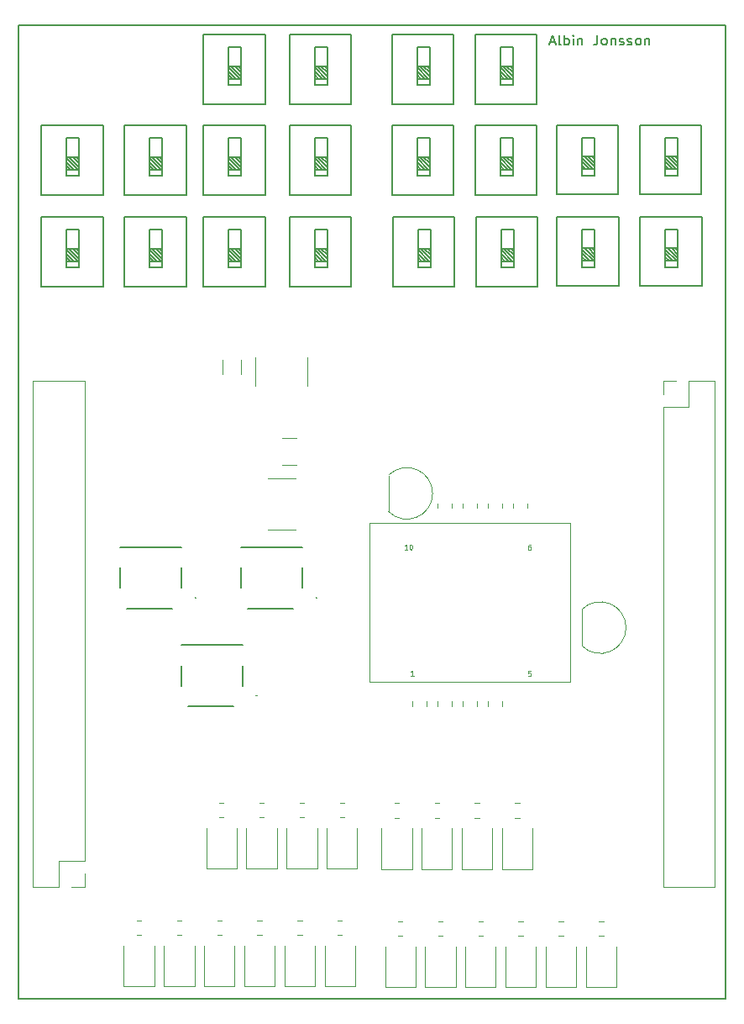
<source format=gbr>
%TF.GenerationSoftware,KiCad,Pcbnew,(6.0.1)*%
%TF.CreationDate,2022-04-23T13:54:07+02:00*%
%TF.ProjectId,ba_nano_version_2,62615f6e-616e-46f5-9f76-657273696f6e,rev?*%
%TF.SameCoordinates,Original*%
%TF.FileFunction,Legend,Top*%
%TF.FilePolarity,Positive*%
%FSLAX46Y46*%
G04 Gerber Fmt 4.6, Leading zero omitted, Abs format (unit mm)*
G04 Created by KiCad (PCBNEW (6.0.1)) date 2022-04-23 13:54:07*
%MOMM*%
%LPD*%
G01*
G04 APERTURE LIST*
%TA.AperFunction,Profile*%
%ADD10C,0.200000*%
%TD*%
%ADD11C,0.150000*%
%ADD12C,0.100000*%
%ADD13C,0.120000*%
%ADD14C,0.200000*%
G04 APERTURE END LIST*
D10*
X170166182Y-52472336D02*
X170166182Y-150490936D01*
X98893782Y-150490936D02*
X98893782Y-52472336D01*
X170166182Y-150490936D02*
X98893782Y-150490936D01*
X98893782Y-52472336D02*
X170166182Y-52472336D01*
D11*
X152476190Y-54166666D02*
X152952380Y-54166666D01*
X152380952Y-54452380D02*
X152714285Y-53452380D01*
X153047619Y-54452380D01*
X153523809Y-54452380D02*
X153428571Y-54404761D01*
X153380952Y-54309523D01*
X153380952Y-53452380D01*
X153904761Y-54452380D02*
X153904761Y-53452380D01*
X153904761Y-53833333D02*
X154000000Y-53785714D01*
X154190476Y-53785714D01*
X154285714Y-53833333D01*
X154333333Y-53880952D01*
X154380952Y-53976190D01*
X154380952Y-54261904D01*
X154333333Y-54357142D01*
X154285714Y-54404761D01*
X154190476Y-54452380D01*
X154000000Y-54452380D01*
X153904761Y-54404761D01*
X154809523Y-54452380D02*
X154809523Y-53785714D01*
X154809523Y-53452380D02*
X154761904Y-53500000D01*
X154809523Y-53547619D01*
X154857142Y-53500000D01*
X154809523Y-53452380D01*
X154809523Y-53547619D01*
X155285714Y-53785714D02*
X155285714Y-54452380D01*
X155285714Y-53880952D02*
X155333333Y-53833333D01*
X155428571Y-53785714D01*
X155571428Y-53785714D01*
X155666666Y-53833333D01*
X155714285Y-53928571D01*
X155714285Y-54452380D01*
X157238095Y-53452380D02*
X157238095Y-54166666D01*
X157190476Y-54309523D01*
X157095238Y-54404761D01*
X156952380Y-54452380D01*
X156857142Y-54452380D01*
X157857142Y-54452380D02*
X157761904Y-54404761D01*
X157714285Y-54357142D01*
X157666666Y-54261904D01*
X157666666Y-53976190D01*
X157714285Y-53880952D01*
X157761904Y-53833333D01*
X157857142Y-53785714D01*
X158000000Y-53785714D01*
X158095238Y-53833333D01*
X158142857Y-53880952D01*
X158190476Y-53976190D01*
X158190476Y-54261904D01*
X158142857Y-54357142D01*
X158095238Y-54404761D01*
X158000000Y-54452380D01*
X157857142Y-54452380D01*
X158619047Y-53785714D02*
X158619047Y-54452380D01*
X158619047Y-53880952D02*
X158666666Y-53833333D01*
X158761904Y-53785714D01*
X158904761Y-53785714D01*
X159000000Y-53833333D01*
X159047619Y-53928571D01*
X159047619Y-54452380D01*
X159476190Y-54404761D02*
X159571428Y-54452380D01*
X159761904Y-54452380D01*
X159857142Y-54404761D01*
X159904761Y-54309523D01*
X159904761Y-54261904D01*
X159857142Y-54166666D01*
X159761904Y-54119047D01*
X159619047Y-54119047D01*
X159523809Y-54071428D01*
X159476190Y-53976190D01*
X159476190Y-53928571D01*
X159523809Y-53833333D01*
X159619047Y-53785714D01*
X159761904Y-53785714D01*
X159857142Y-53833333D01*
X160285714Y-54404761D02*
X160380952Y-54452380D01*
X160571428Y-54452380D01*
X160666666Y-54404761D01*
X160714285Y-54309523D01*
X160714285Y-54261904D01*
X160666666Y-54166666D01*
X160571428Y-54119047D01*
X160428571Y-54119047D01*
X160333333Y-54071428D01*
X160285714Y-53976190D01*
X160285714Y-53928571D01*
X160333333Y-53833333D01*
X160428571Y-53785714D01*
X160571428Y-53785714D01*
X160666666Y-53833333D01*
X161285714Y-54452380D02*
X161190476Y-54404761D01*
X161142857Y-54357142D01*
X161095238Y-54261904D01*
X161095238Y-53976190D01*
X161142857Y-53880952D01*
X161190476Y-53833333D01*
X161285714Y-53785714D01*
X161428571Y-53785714D01*
X161523809Y-53833333D01*
X161571428Y-53880952D01*
X161619047Y-53976190D01*
X161619047Y-54261904D01*
X161571428Y-54357142D01*
X161523809Y-54404761D01*
X161428571Y-54452380D01*
X161285714Y-54452380D01*
X162047619Y-53785714D02*
X162047619Y-54452380D01*
X162047619Y-53880952D02*
X162095238Y-53833333D01*
X162190476Y-53785714D01*
X162333333Y-53785714D01*
X162428571Y-53833333D01*
X162476190Y-53928571D01*
X162476190Y-54452380D01*
D12*
%TO.C,U1*%
X138106161Y-105255190D02*
X137820447Y-105255190D01*
X137963304Y-105255190D02*
X137963304Y-104755190D01*
X137915685Y-104826619D01*
X137868066Y-104874238D01*
X137820447Y-104898047D01*
X138415685Y-104755190D02*
X138463304Y-104755190D01*
X138510923Y-104779000D01*
X138534733Y-104802809D01*
X138558542Y-104850428D01*
X138582352Y-104945666D01*
X138582352Y-105064714D01*
X138558542Y-105159952D01*
X138534733Y-105207571D01*
X138510923Y-105231380D01*
X138463304Y-105255190D01*
X138415685Y-105255190D01*
X138368066Y-105231380D01*
X138344257Y-105207571D01*
X138320447Y-105159952D01*
X138296638Y-105064714D01*
X138296638Y-104945666D01*
X138320447Y-104850428D01*
X138344257Y-104802809D01*
X138368066Y-104779000D01*
X138415685Y-104755190D01*
X150488638Y-104780590D02*
X150393400Y-104780590D01*
X150345780Y-104804400D01*
X150321971Y-104828209D01*
X150274352Y-104899638D01*
X150250542Y-104994876D01*
X150250542Y-105185352D01*
X150274352Y-105232971D01*
X150298161Y-105256780D01*
X150345780Y-105280590D01*
X150441019Y-105280590D01*
X150488638Y-105256780D01*
X150512447Y-105232971D01*
X150536257Y-105185352D01*
X150536257Y-105066304D01*
X150512447Y-105018685D01*
X150488638Y-104994876D01*
X150441019Y-104971066D01*
X150345780Y-104971066D01*
X150298161Y-104994876D01*
X150274352Y-105018685D01*
X150250542Y-105066304D01*
X150512447Y-117505990D02*
X150274352Y-117505990D01*
X150250542Y-117744085D01*
X150274352Y-117720276D01*
X150321971Y-117696466D01*
X150441019Y-117696466D01*
X150488638Y-117720276D01*
X150512447Y-117744085D01*
X150536257Y-117791704D01*
X150536257Y-117910752D01*
X150512447Y-117958371D01*
X150488638Y-117982180D01*
X150441019Y-118005990D01*
X150321971Y-118005990D01*
X150274352Y-117982180D01*
X150250542Y-117958371D01*
X138725257Y-117955190D02*
X138439542Y-117955190D01*
X138582400Y-117955190D02*
X138582400Y-117455190D01*
X138534780Y-117526619D01*
X138487161Y-117574238D01*
X138439542Y-117598047D01*
D11*
%TO.C,SW4*%
X117529640Y-53400960D02*
X123752640Y-53400960D01*
X120450640Y-57845960D02*
X120069640Y-57464960D01*
X120069640Y-57845960D02*
X121339640Y-57845960D01*
X121339640Y-56829960D02*
X121085640Y-56575960D01*
X123752640Y-53400960D02*
X123752640Y-60385960D01*
X121339640Y-54670960D02*
X121339640Y-58480960D01*
X121212640Y-57845960D02*
X120069640Y-56702960D01*
X121339640Y-57210960D02*
X120704640Y-56575960D01*
X120069640Y-56575960D02*
X121339640Y-56575960D01*
X117529640Y-60385960D02*
X117529640Y-53400960D01*
X121339640Y-58480960D02*
X120069640Y-58480960D01*
X120069640Y-58480960D02*
X120069640Y-54670960D01*
X121339640Y-57591960D02*
X120323640Y-56575960D01*
X120069640Y-54670960D02*
X121339640Y-54670960D01*
X120831640Y-57845960D02*
X120069640Y-57083960D01*
X123752640Y-60385960D02*
X117529640Y-60385960D01*
%TO.C,SW20*%
X107387420Y-71790560D02*
X107387420Y-78775560D01*
X104085420Y-76235560D02*
X103704420Y-75854560D01*
X104847420Y-76235560D02*
X103704420Y-75092560D01*
X101164420Y-78775560D02*
X101164420Y-71790560D01*
X103704420Y-76235560D02*
X104974420Y-76235560D01*
X101164420Y-71790560D02*
X107387420Y-71790560D01*
X103704420Y-74965560D02*
X104974420Y-74965560D01*
X104974420Y-73060560D02*
X104974420Y-76870560D01*
X104974420Y-75600560D02*
X104339420Y-74965560D01*
X107387420Y-78775560D02*
X101164420Y-78775560D01*
X104974420Y-76870560D02*
X103704420Y-76870560D01*
X104466420Y-76235560D02*
X103704420Y-75473560D01*
X104974420Y-75981560D02*
X103958420Y-74965560D01*
X104974420Y-75219560D02*
X104720420Y-74965560D01*
X103704420Y-76870560D02*
X103704420Y-73060560D01*
X103704420Y-73060560D02*
X104974420Y-73060560D01*
D13*
%TO.C,R8*%
X141642064Y-144174000D02*
X141187936Y-144174000D01*
X141642064Y-142704000D02*
X141187936Y-142704000D01*
%TO.C,R20*%
X149387064Y-130815000D02*
X148932936Y-130815000D01*
X149387064Y-132285000D02*
X148932936Y-132285000D01*
%TO.C,R3*%
X118897936Y-144114000D02*
X119352064Y-144114000D01*
X118897936Y-142644000D02*
X119352064Y-142644000D01*
%TO.C,R7*%
X137592064Y-142704000D02*
X137137936Y-142704000D01*
X137592064Y-144174000D02*
X137137936Y-144174000D01*
%TO.C,R1*%
X110797936Y-144114000D02*
X111252064Y-144114000D01*
X110797936Y-142644000D02*
X111252064Y-142644000D01*
%TO.C,R10*%
X149742064Y-142704000D02*
X149287936Y-142704000D01*
X149742064Y-144174000D02*
X149287936Y-144174000D01*
%TO.C,R49*%
X148744000Y-101065064D02*
X148744000Y-100610936D01*
X150214000Y-101065064D02*
X150214000Y-100610936D01*
%TO.C,D18*%
X139525000Y-137435000D02*
X142595000Y-137435000D01*
X139525000Y-133350000D02*
X139525000Y-137435000D01*
X142595000Y-137435000D02*
X142595000Y-133350000D01*
D11*
%TO.C,SW14*%
X155695680Y-73025000D02*
X156965680Y-73025000D01*
X155695680Y-76835000D02*
X155695680Y-73025000D01*
X156838680Y-76200000D02*
X155695680Y-75057000D01*
X156965680Y-75565000D02*
X156330680Y-74930000D01*
X156965680Y-73025000D02*
X156965680Y-76835000D01*
X156965680Y-75946000D02*
X155949680Y-74930000D01*
X156076680Y-76200000D02*
X155695680Y-75819000D01*
X153155680Y-78740000D02*
X153155680Y-71755000D01*
X156965680Y-76835000D02*
X155695680Y-76835000D01*
X156457680Y-76200000D02*
X155695680Y-75438000D01*
X155695680Y-76200000D02*
X156965680Y-76200000D01*
X153155680Y-71755000D02*
X159378680Y-71755000D01*
X159378680Y-71755000D02*
X159378680Y-78740000D01*
X156965680Y-75184000D02*
X156711680Y-74930000D01*
X155695680Y-74930000D02*
X156965680Y-74930000D01*
X159378680Y-78740000D02*
X153155680Y-78740000D01*
D13*
%TO.C,R46*%
X143664000Y-121004064D02*
X143664000Y-120549936D01*
X145134000Y-121004064D02*
X145134000Y-120549936D01*
%TO.C,D4*%
X124710000Y-149264000D02*
X124710000Y-145179000D01*
X121640000Y-145179000D02*
X121640000Y-149264000D01*
X121640000Y-149264000D02*
X124710000Y-149264000D01*
%TO.C,R5*%
X126997936Y-142644000D02*
X127452064Y-142644000D01*
X126997936Y-144114000D02*
X127452064Y-144114000D01*
%TO.C,D16*%
X129955000Y-133300000D02*
X129955000Y-137385000D01*
X129955000Y-137385000D02*
X133025000Y-137385000D01*
X133025000Y-137385000D02*
X133025000Y-133300000D01*
%TO.C,U1*%
X134299000Y-102617000D02*
X154499000Y-102617000D01*
X154499000Y-102617000D02*
X154499000Y-118617000D01*
X154499000Y-118617000D02*
X134299000Y-118617000D01*
X134299000Y-118617000D02*
X134299000Y-102617000D01*
D11*
%TO.C,SW19*%
X112096580Y-76235560D02*
X113366580Y-76235560D01*
X112096580Y-74965560D02*
X113366580Y-74965560D01*
X112858580Y-76235560D02*
X112096580Y-75473560D01*
X109556580Y-71790560D02*
X115779580Y-71790560D01*
X113366580Y-75600560D02*
X112731580Y-74965560D01*
X113366580Y-76870560D02*
X112096580Y-76870560D01*
X112096580Y-73060560D02*
X113366580Y-73060560D01*
X113366580Y-73060560D02*
X113366580Y-76870560D01*
X113239580Y-76235560D02*
X112096580Y-75092560D01*
X115779580Y-78775560D02*
X109556580Y-78775560D01*
X115779580Y-71790560D02*
X115779580Y-78775560D01*
X113366580Y-75981560D02*
X112350580Y-74965560D01*
X112096580Y-76870560D02*
X112096580Y-73060560D01*
X112477580Y-76235560D02*
X112096580Y-75854560D01*
X113366580Y-75219560D02*
X113112580Y-74965560D01*
X109556580Y-78775560D02*
X109556580Y-71790560D01*
%TO.C,SW10*%
X121339640Y-67624960D02*
X120069640Y-67624960D01*
X120069640Y-67624960D02*
X120069640Y-63814960D01*
X120069640Y-66989960D02*
X121339640Y-66989960D01*
X121212640Y-66989960D02*
X120069640Y-65846960D01*
X117529640Y-62544960D02*
X123752640Y-62544960D01*
X120069640Y-63814960D02*
X121339640Y-63814960D01*
X120069640Y-65719960D02*
X121339640Y-65719960D01*
X123752640Y-69529960D02*
X117529640Y-69529960D01*
X123752640Y-62544960D02*
X123752640Y-69529960D01*
X117529640Y-69529960D02*
X117529640Y-62544960D01*
X121339640Y-63814960D02*
X121339640Y-67624960D01*
X121339640Y-65973960D02*
X121085640Y-65719960D01*
X121339640Y-66354960D02*
X120704640Y-65719960D01*
X120831640Y-66989960D02*
X120069640Y-66227960D01*
X121339640Y-66735960D02*
X120323640Y-65719960D01*
X120450640Y-66989960D02*
X120069640Y-66608960D01*
D13*
%TO.C,R4*%
X122947936Y-142644000D02*
X123402064Y-142644000D01*
X122947936Y-144114000D02*
X123402064Y-144114000D01*
%TO.C,D1*%
X112560000Y-149264000D02*
X112560000Y-145179000D01*
X109490000Y-149264000D02*
X112560000Y-149264000D01*
X109490000Y-145179000D02*
X109490000Y-149264000D01*
D14*
%TO.C,S1*%
X126585000Y-111209000D02*
X121985000Y-111209000D01*
D12*
X128835000Y-110109000D02*
X128835000Y-110109000D01*
D14*
X121285000Y-107109000D02*
X121285000Y-109109000D01*
D12*
X128935000Y-110109000D02*
X128935000Y-110109000D01*
D14*
X127485000Y-107109000D02*
X127485000Y-109109000D01*
X121285000Y-105009000D02*
X127485000Y-105009000D01*
D12*
X128835000Y-110109000D02*
G75*
G03*
X128935000Y-110109000I50000J0D01*
G01*
X128935000Y-110109000D02*
G75*
G03*
X128835000Y-110109000I-50000J0D01*
G01*
D13*
%TO.C,D19*%
X146645000Y-137435000D02*
X146645000Y-133350000D01*
X143575000Y-137435000D02*
X146645000Y-137435000D01*
X143575000Y-133350000D02*
X143575000Y-137435000D01*
%TO.C,R17*%
X137237064Y-130815000D02*
X136782936Y-130815000D01*
X137237064Y-132285000D02*
X136782936Y-132285000D01*
%TO.C,R11*%
X153792064Y-142704000D02*
X153337936Y-142704000D01*
X153792064Y-144174000D02*
X153337936Y-144174000D01*
%TO.C,R14*%
X123162936Y-132235000D02*
X123617064Y-132235000D01*
X123162936Y-130765000D02*
X123617064Y-130765000D01*
%TO.C,R18*%
X141287064Y-130815000D02*
X140832936Y-130815000D01*
X141287064Y-132285000D02*
X140832936Y-132285000D01*
%TO.C,R42*%
X138584000Y-121004064D02*
X138584000Y-120549936D01*
X140054000Y-121004064D02*
X140054000Y-120549936D01*
%TO.C,D5*%
X125690000Y-149264000D02*
X128760000Y-149264000D01*
X128760000Y-149264000D02*
X128760000Y-145179000D01*
X125690000Y-145179000D02*
X125690000Y-149264000D01*
D11*
%TO.C,SW18*%
X120069640Y-73060560D02*
X121339640Y-73060560D01*
X121339640Y-75219560D02*
X121085640Y-74965560D01*
X117529640Y-78775560D02*
X117529640Y-71790560D01*
X117529640Y-71790560D02*
X123752640Y-71790560D01*
X123752640Y-78775560D02*
X117529640Y-78775560D01*
X121339640Y-75600560D02*
X120704640Y-74965560D01*
X121339640Y-76870560D02*
X120069640Y-76870560D01*
X120069640Y-76235560D02*
X121339640Y-76235560D01*
X120450640Y-76235560D02*
X120069640Y-75854560D01*
X121212640Y-76235560D02*
X120069640Y-75092560D01*
X123752640Y-71790560D02*
X123752640Y-78775560D01*
X120069640Y-74965560D02*
X121339640Y-74965560D01*
X120069640Y-76870560D02*
X120069640Y-73060560D01*
X120831640Y-76235560D02*
X120069640Y-75473560D01*
X121339640Y-75981560D02*
X120323640Y-74965560D01*
X121339640Y-73060560D02*
X121339640Y-76870560D01*
%TO.C,SW3*%
X128715800Y-57845960D02*
X129985800Y-57845960D01*
X126175800Y-53400960D02*
X132398800Y-53400960D01*
X128715800Y-54670960D02*
X129985800Y-54670960D01*
X129985800Y-56829960D02*
X129731800Y-56575960D01*
X126175800Y-60385960D02*
X126175800Y-53400960D01*
X128715800Y-56575960D02*
X129985800Y-56575960D01*
X132398800Y-60385960D02*
X126175800Y-60385960D01*
X129985800Y-57591960D02*
X128969800Y-56575960D01*
X129985800Y-54670960D02*
X129985800Y-58480960D01*
X129477800Y-57845960D02*
X128715800Y-57083960D01*
X128715800Y-58480960D02*
X128715800Y-54670960D01*
X129858800Y-57845960D02*
X128715800Y-56702960D01*
X132398800Y-53400960D02*
X132398800Y-60385960D01*
X129985800Y-58480960D02*
X128715800Y-58480960D01*
X129985800Y-57210960D02*
X129350800Y-56575960D01*
X129096800Y-57845960D02*
X128715800Y-57464960D01*
D13*
%TO.C,R48*%
X147674000Y-121004064D02*
X147674000Y-120549936D01*
X146204000Y-121004064D02*
X146204000Y-120549936D01*
D11*
%TO.C,SW16*%
X139526040Y-76235560D02*
X139145040Y-75854560D01*
X136605040Y-78775560D02*
X136605040Y-71790560D01*
X139145040Y-73060560D02*
X140415040Y-73060560D01*
X139145040Y-76870560D02*
X139145040Y-73060560D01*
X136605040Y-71790560D02*
X142828040Y-71790560D01*
X142828040Y-78775560D02*
X136605040Y-78775560D01*
X139145040Y-76235560D02*
X140415040Y-76235560D01*
X140415040Y-75219560D02*
X140161040Y-74965560D01*
X140415040Y-76870560D02*
X139145040Y-76870560D01*
X140415040Y-75600560D02*
X139780040Y-74965560D01*
X142828040Y-71790560D02*
X142828040Y-78775560D01*
X140288040Y-76235560D02*
X139145040Y-75092560D01*
X140415040Y-75981560D02*
X139399040Y-74965560D01*
X139145040Y-74965560D02*
X140415040Y-74965560D01*
X140415040Y-73060560D02*
X140415040Y-76870560D01*
X139907040Y-76235560D02*
X139145040Y-75473560D01*
D13*
%TO.C,D13*%
X117805000Y-133300000D02*
X117805000Y-137385000D01*
X120875000Y-137385000D02*
X120875000Y-133300000D01*
X117805000Y-137385000D02*
X120875000Y-137385000D01*
%TO.C,R6*%
X131047936Y-142644000D02*
X131502064Y-142644000D01*
X131047936Y-144114000D02*
X131502064Y-144114000D01*
%TO.C,D7*%
X135830000Y-145239000D02*
X135830000Y-149324000D01*
X135830000Y-149324000D02*
X138900000Y-149324000D01*
X138900000Y-149324000D02*
X138900000Y-145239000D01*
D11*
%TO.C,SW15*%
X148781800Y-76870560D02*
X147511800Y-76870560D01*
X148781800Y-73060560D02*
X148781800Y-76870560D01*
X147511800Y-76870560D02*
X147511800Y-73060560D01*
X148781800Y-75219560D02*
X148527800Y-74965560D01*
X147892800Y-76235560D02*
X147511800Y-75854560D01*
X147511800Y-73060560D02*
X148781800Y-73060560D01*
X148654800Y-76235560D02*
X147511800Y-75092560D01*
X147511800Y-76235560D02*
X148781800Y-76235560D01*
X147511800Y-74965560D02*
X148781800Y-74965560D01*
X148781800Y-75600560D02*
X148146800Y-74965560D01*
X148273800Y-76235560D02*
X147511800Y-75473560D01*
X144971800Y-78775560D02*
X144971800Y-71790560D01*
X151194800Y-71790560D02*
X151194800Y-78775560D01*
X144971800Y-71790560D02*
X151194800Y-71790560D01*
X148781800Y-75981560D02*
X147765800Y-74965560D01*
X151194800Y-78775560D02*
X144971800Y-78775560D01*
%TO.C,SW2*%
X142731520Y-53400960D02*
X142731520Y-60385960D01*
X139810520Y-57845960D02*
X139048520Y-57083960D01*
X140318520Y-56829960D02*
X140064520Y-56575960D01*
X139429520Y-57845960D02*
X139048520Y-57464960D01*
X142731520Y-60385960D02*
X136508520Y-60385960D01*
X139048520Y-57845960D02*
X140318520Y-57845960D01*
X136508520Y-53400960D02*
X142731520Y-53400960D01*
X140318520Y-57591960D02*
X139302520Y-56575960D01*
X139048520Y-56575960D02*
X140318520Y-56575960D01*
X140191520Y-57845960D02*
X139048520Y-56702960D01*
X140318520Y-57210960D02*
X139683520Y-56575960D01*
X139048520Y-54670960D02*
X140318520Y-54670960D01*
X140318520Y-54670960D02*
X140318520Y-58480960D01*
X140318520Y-58480960D02*
X139048520Y-58480960D01*
X136508520Y-60385960D02*
X136508520Y-53400960D01*
X139048520Y-58480960D02*
X139048520Y-54670960D01*
D13*
%TO.C,C2*%
X127995000Y-88774748D02*
X127995000Y-85943252D01*
X122775000Y-88774748D02*
X122775000Y-85943252D01*
%TO.C,D17*%
X135475000Y-137435000D02*
X138545000Y-137435000D01*
X135475000Y-133350000D02*
X135475000Y-137435000D01*
X138545000Y-137435000D02*
X138545000Y-133350000D01*
D11*
%TO.C,SW6*%
X156909800Y-66700400D02*
X155893800Y-65684400D01*
X155639800Y-66954400D02*
X156909800Y-66954400D01*
X153099800Y-62509400D02*
X159322800Y-62509400D01*
X153099800Y-69494400D02*
X153099800Y-62509400D01*
X155639800Y-65684400D02*
X156909800Y-65684400D01*
X156909800Y-65938400D02*
X156655800Y-65684400D01*
X156782800Y-66954400D02*
X155639800Y-65811400D01*
X156020800Y-66954400D02*
X155639800Y-66573400D01*
X156401800Y-66954400D02*
X155639800Y-66192400D01*
X156909800Y-67589400D02*
X155639800Y-67589400D01*
X155639800Y-63779400D02*
X156909800Y-63779400D01*
X156909800Y-66319400D02*
X156274800Y-65684400D01*
X159322800Y-62509400D02*
X159322800Y-69494400D01*
X156909800Y-63779400D02*
X156909800Y-67589400D01*
X159322800Y-69494400D02*
X153099800Y-69494400D01*
X155639800Y-67589400D02*
X155639800Y-63779400D01*
%TO.C,SW11*%
X109556580Y-62544960D02*
X115779580Y-62544960D01*
X113366580Y-65973960D02*
X113112580Y-65719960D01*
X113366580Y-63814960D02*
X113366580Y-67624960D01*
X113366580Y-66354960D02*
X112731580Y-65719960D01*
X113366580Y-67624960D02*
X112096580Y-67624960D01*
X113239580Y-66989960D02*
X112096580Y-65846960D01*
X112477580Y-66989960D02*
X112096580Y-66608960D01*
X112858580Y-66989960D02*
X112096580Y-66227960D01*
X109556580Y-69529960D02*
X109556580Y-62544960D01*
X115779580Y-69529960D02*
X109556580Y-69529960D01*
X113366580Y-66735960D02*
X112350580Y-65719960D01*
X112096580Y-63814960D02*
X113366580Y-63814960D01*
X115779580Y-62544960D02*
X115779580Y-69529960D01*
X112096580Y-65719960D02*
X113366580Y-65719960D01*
X112096580Y-66989960D02*
X113366580Y-66989960D01*
X112096580Y-67624960D02*
X112096580Y-63814960D01*
D13*
%TO.C,R16*%
X131262936Y-132235000D02*
X131717064Y-132235000D01*
X131262936Y-130765000D02*
X131717064Y-130765000D01*
D11*
%TO.C,SW5*%
X165329900Y-67589400D02*
X164059900Y-67589400D01*
X167742900Y-69494400D02*
X161519900Y-69494400D01*
X164059900Y-63779400D02*
X165329900Y-63779400D01*
X165329900Y-66319400D02*
X164694900Y-65684400D01*
X165329900Y-65938400D02*
X165075900Y-65684400D01*
X164440900Y-66954400D02*
X164059900Y-66573400D01*
X161519900Y-69494400D02*
X161519900Y-62509400D01*
X164059900Y-65684400D02*
X165329900Y-65684400D01*
X164059900Y-67589400D02*
X164059900Y-63779400D01*
X165202900Y-66954400D02*
X164059900Y-65811400D01*
X161519900Y-62509400D02*
X167742900Y-62509400D01*
X165329900Y-66700400D02*
X164313900Y-65684400D01*
X165329900Y-63779400D02*
X165329900Y-67589400D01*
X164821900Y-66954400D02*
X164059900Y-66192400D01*
X167742900Y-62509400D02*
X167742900Y-69494400D01*
X164059900Y-66954400D02*
X165329900Y-66954400D01*
D13*
%TO.C,D11*%
X155100000Y-149324000D02*
X155100000Y-145239000D01*
X152030000Y-149324000D02*
X155100000Y-149324000D01*
X152030000Y-145239000D02*
X152030000Y-149324000D01*
D11*
%TO.C,SW1*%
X151149080Y-53400960D02*
X151149080Y-60385960D01*
X148736080Y-58480960D02*
X147466080Y-58480960D01*
X144926080Y-53400960D02*
X151149080Y-53400960D01*
X148736080Y-57210960D02*
X148101080Y-56575960D01*
X147466080Y-58480960D02*
X147466080Y-54670960D01*
X151149080Y-60385960D02*
X144926080Y-60385960D01*
X148609080Y-57845960D02*
X147466080Y-56702960D01*
X147466080Y-57845960D02*
X148736080Y-57845960D01*
X148736080Y-57591960D02*
X147720080Y-56575960D01*
X144926080Y-60385960D02*
X144926080Y-53400960D01*
X147466080Y-56575960D02*
X148736080Y-56575960D01*
X148736080Y-54670960D02*
X148736080Y-58480960D01*
X148228080Y-57845960D02*
X147466080Y-57083960D01*
X147466080Y-54670960D02*
X148736080Y-54670960D01*
X147847080Y-57845960D02*
X147466080Y-57464960D01*
X148736080Y-56829960D02*
X148482080Y-56575960D01*
D13*
%TO.C,R2*%
X114847936Y-144114000D02*
X115302064Y-144114000D01*
X114847936Y-142644000D02*
X115302064Y-142644000D01*
%TO.C,R45*%
X143664000Y-101065064D02*
X143664000Y-100610936D01*
X145134000Y-101065064D02*
X145134000Y-100610936D01*
%TO.C,R13*%
X119112936Y-132235000D02*
X119567064Y-132235000D01*
X119112936Y-130765000D02*
X119567064Y-130765000D01*
%TO.C,D8*%
X139880000Y-145239000D02*
X139880000Y-149324000D01*
X142950000Y-149324000D02*
X142950000Y-145239000D01*
X139880000Y-149324000D02*
X142950000Y-149324000D01*
D11*
%TO.C,SW7*%
X148736080Y-65973960D02*
X148482080Y-65719960D01*
X151149080Y-69529960D02*
X144926080Y-69529960D01*
X148736080Y-67624960D02*
X147466080Y-67624960D01*
X147466080Y-67624960D02*
X147466080Y-63814960D01*
X147847080Y-66989960D02*
X147466080Y-66608960D01*
X148736080Y-66354960D02*
X148101080Y-65719960D01*
X151149080Y-62544960D02*
X151149080Y-69529960D01*
X148736080Y-66735960D02*
X147720080Y-65719960D01*
X144926080Y-62544960D02*
X151149080Y-62544960D01*
X148609080Y-66989960D02*
X147466080Y-65846960D01*
X144926080Y-69529960D02*
X144926080Y-62544960D01*
X147466080Y-63814960D02*
X148736080Y-63814960D01*
X148228080Y-66989960D02*
X147466080Y-66227960D01*
X147466080Y-65719960D02*
X148736080Y-65719960D01*
X147466080Y-66989960D02*
X148736080Y-66989960D01*
X148736080Y-63814960D02*
X148736080Y-67624960D01*
D14*
%TO.C,S3*%
X109093000Y-105009000D02*
X115293000Y-105009000D01*
X109093000Y-107109000D02*
X109093000Y-109109000D01*
X115293000Y-107109000D02*
X115293000Y-109109000D01*
X114393000Y-111209000D02*
X109793000Y-111209000D01*
D12*
X116743000Y-110109000D02*
X116743000Y-110109000D01*
X116643000Y-110109000D02*
X116643000Y-110109000D01*
X116743000Y-110109000D02*
G75*
G03*
X116643000Y-110109000I-50000J0D01*
G01*
X116643000Y-110109000D02*
G75*
G03*
X116743000Y-110109000I50000J0D01*
G01*
D13*
%TO.C,Q2*%
X155675000Y-111329000D02*
X155675000Y-114929000D01*
X155686522Y-114967478D02*
G75*
G03*
X160125000Y-113129000I1838478J1838478D01*
G01*
X160125001Y-113129000D02*
G75*
G03*
X155686522Y-111290522I-2600001J0D01*
G01*
%TO.C,D20*%
X150695000Y-137435000D02*
X150695000Y-133350000D01*
X147625000Y-137435000D02*
X150695000Y-137435000D01*
X147625000Y-133350000D02*
X147625000Y-137435000D01*
%TO.C,D10*%
X147980000Y-149324000D02*
X151050000Y-149324000D01*
X147980000Y-145239000D02*
X147980000Y-149324000D01*
X151050000Y-149324000D02*
X151050000Y-145239000D01*
%TO.C,C1*%
X123977252Y-98065000D02*
X126808748Y-98065000D01*
X123977252Y-103285000D02*
X126808748Y-103285000D01*
%TO.C,J1*%
X105546200Y-136613900D02*
X105546200Y-88293900D01*
X105546200Y-139213900D02*
X104216200Y-139213900D01*
X105546200Y-88293900D02*
X100346200Y-88293900D01*
X105546200Y-137883900D02*
X105546200Y-139213900D01*
X105546200Y-136613900D02*
X102946200Y-136613900D01*
X100346200Y-139213900D02*
X100346200Y-88293900D01*
X102946200Y-136613900D02*
X102946200Y-139213900D01*
X102946200Y-139213900D02*
X100346200Y-139213900D01*
%TO.C,R\u00A71*%
X121295000Y-86131936D02*
X121295000Y-87586064D01*
X119475000Y-86131936D02*
X119475000Y-87586064D01*
D11*
%TO.C,SW9*%
X129985800Y-67624960D02*
X128715800Y-67624960D01*
X129858800Y-66989960D02*
X128715800Y-65846960D01*
X129985800Y-66354960D02*
X129350800Y-65719960D01*
X129985800Y-66735960D02*
X128969800Y-65719960D01*
X126175800Y-69529960D02*
X126175800Y-62544960D01*
X126175800Y-62544960D02*
X132398800Y-62544960D01*
X129985800Y-63814960D02*
X129985800Y-67624960D01*
X129096800Y-66989960D02*
X128715800Y-66608960D01*
X129985800Y-65973960D02*
X129731800Y-65719960D01*
X132398800Y-62544960D02*
X132398800Y-69529960D01*
X128715800Y-66989960D02*
X129985800Y-66989960D01*
X128715800Y-65719960D02*
X129985800Y-65719960D01*
X128715800Y-67624960D02*
X128715800Y-63814960D01*
X132398800Y-69529960D02*
X126175800Y-69529960D01*
X128715800Y-63814960D02*
X129985800Y-63814960D01*
X129477800Y-66989960D02*
X128715800Y-66227960D01*
D13*
%TO.C,R43*%
X142594000Y-101065064D02*
X142594000Y-100610936D01*
X141124000Y-101065064D02*
X141124000Y-100610936D01*
D11*
%TO.C,SW12*%
X103704420Y-65719960D02*
X104974420Y-65719960D01*
X104974420Y-66735960D02*
X103958420Y-65719960D01*
X107387420Y-69529960D02*
X101164420Y-69529960D01*
X103704420Y-66989960D02*
X104974420Y-66989960D01*
X104847420Y-66989960D02*
X103704420Y-65846960D01*
X104974420Y-66354960D02*
X104339420Y-65719960D01*
X103704420Y-67624960D02*
X103704420Y-63814960D01*
X103704420Y-63814960D02*
X104974420Y-63814960D01*
X107387420Y-62544960D02*
X107387420Y-69529960D01*
X104085420Y-66989960D02*
X103704420Y-66608960D01*
X101164420Y-69529960D02*
X101164420Y-62544960D01*
X104974420Y-67624960D02*
X103704420Y-67624960D01*
X104974420Y-65973960D02*
X104720420Y-65719960D01*
X101164420Y-62544960D02*
X107387420Y-62544960D01*
X104974420Y-63814960D02*
X104974420Y-67624960D01*
X104466420Y-66989960D02*
X103704420Y-66227960D01*
D13*
%TO.C,R44*%
X141124000Y-121004064D02*
X141124000Y-120549936D01*
X142594000Y-121004064D02*
X142594000Y-120549936D01*
%TO.C,D15*%
X125905000Y-133300000D02*
X125905000Y-137385000D01*
X128975000Y-137385000D02*
X128975000Y-133300000D01*
X125905000Y-137385000D02*
X128975000Y-137385000D01*
D14*
%TO.C,S2*%
X121464000Y-116983000D02*
X121464000Y-118983000D01*
D12*
X122814000Y-119983000D02*
X122814000Y-119983000D01*
X122914000Y-119983000D02*
X122914000Y-119983000D01*
D14*
X115264000Y-116983000D02*
X115264000Y-118983000D01*
X120564000Y-121083000D02*
X115964000Y-121083000D01*
X115264000Y-114883000D02*
X121464000Y-114883000D01*
D12*
X122814000Y-119983000D02*
G75*
G03*
X122914000Y-119983000I50000J0D01*
G01*
X122914000Y-119983000D02*
G75*
G03*
X122814000Y-119983000I-50000J0D01*
G01*
D13*
%TO.C,R19*%
X145337064Y-130815000D02*
X144882936Y-130815000D01*
X145337064Y-132285000D02*
X144882936Y-132285000D01*
%TO.C,R21*%
X126866737Y-96780000D02*
X125419263Y-96780000D01*
X126866737Y-94070000D02*
X125419263Y-94070000D01*
%TO.C,D12*%
X156080000Y-145239000D02*
X156080000Y-149324000D01*
X159150000Y-149324000D02*
X159150000Y-145239000D01*
X156080000Y-149324000D02*
X159150000Y-149324000D01*
D11*
%TO.C,SW8*%
X142731520Y-62544960D02*
X142731520Y-69529960D01*
X139048520Y-65719960D02*
X140318520Y-65719960D01*
X139048520Y-67624960D02*
X139048520Y-63814960D01*
X142731520Y-69529960D02*
X136508520Y-69529960D01*
X140318520Y-66735960D02*
X139302520Y-65719960D01*
X140318520Y-65973960D02*
X140064520Y-65719960D01*
X140318520Y-67624960D02*
X139048520Y-67624960D01*
X140318520Y-66354960D02*
X139683520Y-65719960D01*
X139429520Y-66989960D02*
X139048520Y-66608960D01*
X140318520Y-63814960D02*
X140318520Y-67624960D01*
X140191520Y-66989960D02*
X139048520Y-65846960D01*
X136508520Y-62544960D02*
X142731520Y-62544960D01*
X139048520Y-63814960D02*
X140318520Y-63814960D01*
X139810520Y-66989960D02*
X139048520Y-66227960D01*
X136508520Y-69529960D02*
X136508520Y-62544960D01*
X139048520Y-66989960D02*
X140318520Y-66989960D01*
D13*
%TO.C,R47*%
X147674000Y-101065064D02*
X147674000Y-100610936D01*
X146204000Y-101065064D02*
X146204000Y-100610936D01*
D11*
%TO.C,SW17*%
X129985800Y-73060560D02*
X129985800Y-76870560D01*
X129985800Y-75981560D02*
X128969800Y-74965560D01*
X126175800Y-78775560D02*
X126175800Y-71790560D01*
X128715800Y-74965560D02*
X129985800Y-74965560D01*
X128715800Y-76235560D02*
X129985800Y-76235560D01*
X129477800Y-76235560D02*
X128715800Y-75473560D01*
X132398800Y-78775560D02*
X126175800Y-78775560D01*
X128715800Y-73060560D02*
X129985800Y-73060560D01*
X129985800Y-76870560D02*
X128715800Y-76870560D01*
X128715800Y-76870560D02*
X128715800Y-73060560D01*
X129858800Y-76235560D02*
X128715800Y-75092560D01*
X129985800Y-75219560D02*
X129731800Y-74965560D01*
X126175800Y-71790560D02*
X132398800Y-71790560D01*
X129985800Y-75600560D02*
X129350800Y-74965560D01*
X132398800Y-71790560D02*
X132398800Y-78775560D01*
X129096800Y-76235560D02*
X128715800Y-75854560D01*
D13*
%TO.C,D2*%
X113540000Y-149264000D02*
X116610000Y-149264000D01*
X116610000Y-149264000D02*
X116610000Y-145179000D01*
X113540000Y-145179000D02*
X113540000Y-149264000D01*
%TO.C,J2*%
X169058900Y-88293900D02*
X169058900Y-139213900D01*
X163858900Y-89623900D02*
X163858900Y-88293900D01*
X166458900Y-88293900D02*
X169058900Y-88293900D01*
X163858900Y-88293900D02*
X165188900Y-88293900D01*
X163858900Y-90893900D02*
X163858900Y-139213900D01*
X166458900Y-90893900D02*
X166458900Y-88293900D01*
X163858900Y-139213900D02*
X169058900Y-139213900D01*
X163858900Y-90893900D02*
X166458900Y-90893900D01*
%TO.C,Q1*%
X136175000Y-97809000D02*
X136175000Y-101409000D01*
X136186522Y-101447478D02*
G75*
G03*
X140625000Y-99609000I1838478J1838478D01*
G01*
X140625001Y-99609000D02*
G75*
G03*
X136186522Y-97770522I-2600001J0D01*
G01*
D11*
%TO.C,SW13*%
X167770840Y-78740000D02*
X161547840Y-78740000D01*
X164087840Y-73025000D02*
X165357840Y-73025000D01*
X167770840Y-71755000D02*
X167770840Y-78740000D01*
X164087840Y-76835000D02*
X164087840Y-73025000D01*
X164087840Y-76200000D02*
X165357840Y-76200000D01*
X164087840Y-74930000D02*
X165357840Y-74930000D01*
X161547840Y-78740000D02*
X161547840Y-71755000D01*
X164849840Y-76200000D02*
X164087840Y-75438000D01*
X161547840Y-71755000D02*
X167770840Y-71755000D01*
X165357840Y-73025000D02*
X165357840Y-76835000D01*
X165230840Y-76200000D02*
X164087840Y-75057000D01*
X165357840Y-75946000D02*
X164341840Y-74930000D01*
X164468840Y-76200000D02*
X164087840Y-75819000D01*
X165357840Y-75565000D02*
X164722840Y-74930000D01*
X165357840Y-75184000D02*
X165103840Y-74930000D01*
X165357840Y-76835000D02*
X164087840Y-76835000D01*
D13*
%TO.C,R9*%
X145692064Y-142704000D02*
X145237936Y-142704000D01*
X145692064Y-144174000D02*
X145237936Y-144174000D01*
%TO.C,D14*%
X121855000Y-133300000D02*
X121855000Y-137385000D01*
X121855000Y-137385000D02*
X124925000Y-137385000D01*
X124925000Y-137385000D02*
X124925000Y-133300000D01*
%TO.C,D3*%
X117590000Y-145179000D02*
X117590000Y-149264000D01*
X117590000Y-149264000D02*
X120660000Y-149264000D01*
X120660000Y-149264000D02*
X120660000Y-145179000D01*
%TO.C,R12*%
X157842064Y-144174000D02*
X157387936Y-144174000D01*
X157842064Y-142704000D02*
X157387936Y-142704000D01*
%TO.C,D9*%
X143930000Y-149324000D02*
X147000000Y-149324000D01*
X147000000Y-149324000D02*
X147000000Y-145239000D01*
X143930000Y-145239000D02*
X143930000Y-149324000D01*
%TO.C,R15*%
X127212936Y-130765000D02*
X127667064Y-130765000D01*
X127212936Y-132235000D02*
X127667064Y-132235000D01*
%TO.C,D6*%
X129740000Y-145179000D02*
X129740000Y-149264000D01*
X132810000Y-149264000D02*
X132810000Y-145179000D01*
X129740000Y-149264000D02*
X132810000Y-149264000D01*
%TD*%
M02*

</source>
